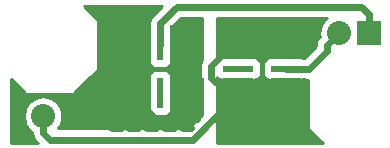
<source format=gtl>
G04 #@! TF.FileFunction,Copper,L1,Top,Signal*
%FSLAX46Y46*%
G04 Gerber Fmt 4.6, Leading zero omitted, Abs format (unit mm)*
G04 Created by KiCad (PCBNEW 4.0.6) date Fri Jul 21 09:34:55 2017*
%MOMM*%
%LPD*%
G01*
G04 APERTURE LIST*
%ADD10C,0.100000*%
%ADD11R,2.032000X2.032000*%
%ADD12O,2.032000X2.032000*%
%ADD13R,0.800000X0.350000*%
%ADD14R,2.200000X3.000000*%
%ADD15R,0.800000X2.650000*%
%ADD16R,0.600000X2.650000*%
%ADD17R,0.350000X0.800000*%
%ADD18R,3.000000X2.200000*%
%ADD19R,2.650000X0.800000*%
%ADD20R,2.650000X0.600000*%
%ADD21C,0.600000*%
%ADD22C,0.600000*%
%ADD23C,0.254000*%
G04 APERTURE END LIST*
D10*
D11*
X83500000Y-44835000D03*
D12*
X80960000Y-44835000D03*
D11*
X58500000Y-51835000D03*
D12*
X55960000Y-51835000D03*
D13*
X67000000Y-51385000D03*
D14*
X68500000Y-50060000D03*
D13*
X64700000Y-51385000D03*
D14*
X63200000Y-50060000D03*
D13*
X64700000Y-44335000D03*
X67000000Y-44335000D03*
D14*
X68500000Y-45660000D03*
D15*
X64700000Y-49885000D03*
X67000000Y-49885000D03*
D16*
X65850000Y-45835000D03*
X65850000Y-49885000D03*
D15*
X67000000Y-45835000D03*
X64700000Y-45835000D03*
D14*
X63200000Y-45660000D03*
D17*
X70950000Y-48985000D03*
D18*
X72275000Y-50485000D03*
D17*
X70950000Y-46685000D03*
D18*
X72275000Y-45185000D03*
D17*
X78000000Y-46685000D03*
X78000000Y-48985000D03*
D18*
X76675000Y-50485000D03*
D19*
X72450000Y-46685000D03*
X72450000Y-48985000D03*
D20*
X76500000Y-47835000D03*
X72450000Y-47835000D03*
D19*
X76500000Y-48985000D03*
X76500000Y-46685000D03*
D18*
X76675000Y-45185000D03*
D21*
X65599998Y-52160000D03*
X64500000Y-52085000D03*
X63750000Y-52085000D03*
X63000000Y-52085000D03*
X62250000Y-52085000D03*
X61750000Y-52835000D03*
X62500000Y-52835000D03*
X63250000Y-52835000D03*
X64000000Y-52835000D03*
X64750000Y-52835000D03*
X65500000Y-52835000D03*
X66250000Y-52835000D03*
X67000000Y-52835000D03*
X67750000Y-52835000D03*
X68484314Y-52819314D03*
X69000000Y-52085000D03*
X68250000Y-52085000D03*
X67500000Y-52085000D03*
X61250000Y-50585000D03*
X61250000Y-49835000D03*
X61250000Y-49085000D03*
X61250000Y-48335000D03*
X61250000Y-47585000D03*
X61250000Y-46835000D03*
X61250000Y-46085000D03*
X61250000Y-45335000D03*
X65000000Y-43085000D03*
X64250000Y-43085000D03*
X63500000Y-43085000D03*
X62750000Y-43085000D03*
X62000000Y-43085000D03*
X61250000Y-43085000D03*
X61250000Y-43835000D03*
X61250000Y-44585000D03*
X62750000Y-46085000D03*
X62750000Y-45335000D03*
X62750000Y-46835000D03*
X62750000Y-48835000D03*
X62750000Y-49585000D03*
X62750000Y-50335000D03*
X62750000Y-51085000D03*
X68750000Y-51085000D03*
X68750000Y-50335000D03*
X68750000Y-49585000D03*
X68750000Y-48835000D03*
X68750000Y-46835000D03*
X68750000Y-46085000D03*
X68750000Y-44585000D03*
X68750000Y-45335000D03*
X75750000Y-52835000D03*
X71250000Y-52835000D03*
X72000000Y-52835000D03*
X72750000Y-52835000D03*
X73500000Y-52835000D03*
X74250000Y-52835000D03*
X75000000Y-52835000D03*
X76500000Y-52835000D03*
X77250000Y-52835000D03*
X78000000Y-52835000D03*
X78000000Y-52085000D03*
X77250000Y-52085000D03*
X76500000Y-52085000D03*
X75750000Y-52085000D03*
X75000000Y-52085000D03*
X74250000Y-52085000D03*
X73500000Y-52085000D03*
X72750000Y-52085000D03*
X72000000Y-52085000D03*
X71250000Y-52085000D03*
X71000000Y-44335000D03*
X71750000Y-44335000D03*
X73250000Y-44335000D03*
X72500000Y-44335000D03*
X78000000Y-51085000D03*
X77250000Y-51085000D03*
X76500000Y-51085000D03*
X75750000Y-51085000D03*
X73500000Y-51085000D03*
X72750000Y-51085000D03*
X72000000Y-51085000D03*
X71250000Y-51085000D03*
X77750000Y-44335000D03*
X77000000Y-44335000D03*
X76250000Y-44335000D03*
X75500000Y-44335000D03*
D22*
X65850000Y-45835000D02*
X65850000Y-44009998D01*
X65850000Y-44009998D02*
X67274998Y-42585000D01*
X83500000Y-43219000D02*
X83500000Y-44835000D01*
X67274998Y-42585000D02*
X82866000Y-42585000D01*
X82866000Y-42585000D02*
X83500000Y-43219000D01*
X76500000Y-47835000D02*
X78425000Y-47835000D01*
X78425000Y-47835000D02*
X79944001Y-46315999D01*
X79944001Y-46315999D02*
X79944001Y-45850999D01*
X79944001Y-45850999D02*
X80960000Y-44835000D01*
X63750000Y-52085000D02*
X64500000Y-52085000D01*
X62250000Y-52085000D02*
X63000000Y-52085000D01*
X62500000Y-52835000D02*
X61750000Y-52835000D01*
X64000000Y-52835000D02*
X63250000Y-52835000D01*
X65500000Y-52835000D02*
X64750000Y-52835000D01*
X67000000Y-52835000D02*
X66250000Y-52835000D01*
X68484314Y-52819314D02*
X67765686Y-52819314D01*
X67765686Y-52819314D02*
X67750000Y-52835000D01*
X68250000Y-52085000D02*
X69000000Y-52085000D01*
X66650000Y-52160000D02*
X67425000Y-52160000D01*
X67425000Y-52160000D02*
X67500000Y-52085000D01*
X64700000Y-49885000D02*
X64700000Y-51260002D01*
X64700000Y-51260002D02*
X65599998Y-52160000D01*
X67000000Y-51810000D02*
X67000000Y-49885000D01*
X65599998Y-52160000D02*
X66650000Y-52160000D01*
X66650000Y-52160000D02*
X67000000Y-51810000D01*
X61250000Y-49835000D02*
X61250000Y-50585000D01*
X61250000Y-48335000D02*
X61250000Y-49085000D01*
X61250000Y-46835000D02*
X61250000Y-47585000D01*
X61250000Y-45335000D02*
X61250000Y-46085000D01*
X64250000Y-43085000D02*
X65000000Y-43085000D01*
X62750000Y-43085000D02*
X63500000Y-43085000D01*
X61250000Y-43085000D02*
X62000000Y-43085000D01*
X61250000Y-44585000D02*
X61250000Y-43835000D01*
X62750000Y-44585000D02*
X61250000Y-44585000D01*
X62750000Y-48835000D02*
X62750000Y-46835000D01*
X68750000Y-48835000D02*
X68750000Y-46835000D01*
X58500000Y-51835000D02*
X61425000Y-51835000D01*
X61425000Y-51835000D02*
X63200000Y-50060000D01*
X78000000Y-52085000D02*
X78000000Y-52835000D01*
X72000000Y-52835000D02*
X71250000Y-52835000D01*
X73500000Y-52835000D02*
X72750000Y-52835000D01*
X75000000Y-52835000D02*
X74250000Y-52835000D01*
X77250000Y-52835000D02*
X76500000Y-52835000D01*
X76500000Y-52085000D02*
X77250000Y-52085000D01*
X75000000Y-52085000D02*
X75750000Y-52085000D01*
X73500000Y-52085000D02*
X74250000Y-52085000D01*
X72000000Y-52085000D02*
X72750000Y-52085000D01*
X70350000Y-52085000D02*
X71250000Y-52085000D01*
X68600000Y-53835000D02*
X69850000Y-52585000D01*
X69850000Y-52585000D02*
X70350000Y-52085000D01*
X70350000Y-52085000D02*
X72450000Y-49985000D01*
X72450000Y-46685000D02*
X71074998Y-46685000D01*
X71074998Y-46685000D02*
X70175000Y-47584998D01*
X70175000Y-47584998D02*
X70175000Y-48635000D01*
X70175000Y-48635000D02*
X70525000Y-48985000D01*
X70525000Y-48985000D02*
X72450000Y-48985000D01*
X72275000Y-45185000D02*
X76675000Y-45185000D01*
X72275000Y-50485000D02*
X76675000Y-50485000D01*
X55960000Y-51835000D02*
X55960000Y-53271840D01*
X55960000Y-53271840D02*
X56523160Y-53835000D01*
X56523160Y-53835000D02*
X68600000Y-53835000D01*
X72450000Y-49985000D02*
X72450000Y-48985000D01*
D23*
G36*
X79792567Y-43635222D02*
X79434675Y-44170845D01*
X79309000Y-44802655D01*
X79309000Y-44867345D01*
X79358170Y-45114540D01*
X79282856Y-45189854D01*
X79080174Y-45493190D01*
X79009001Y-45850999D01*
X79009001Y-45928709D01*
X78037710Y-46900000D01*
X77886431Y-46900000D01*
X77825000Y-46887560D01*
X75175000Y-46887560D01*
X74939683Y-46931838D01*
X74723559Y-47070910D01*
X74578569Y-47283110D01*
X74527560Y-47535000D01*
X74527560Y-48135000D01*
X74571838Y-48370317D01*
X74710910Y-48586441D01*
X74923110Y-48731431D01*
X75175000Y-48782440D01*
X77825000Y-48782440D01*
X77891113Y-48770000D01*
X78393501Y-48770000D01*
X78383006Y-48785590D01*
X78373000Y-48835000D01*
X78373000Y-52835000D01*
X78382334Y-52882789D01*
X78410197Y-52924803D01*
X79610394Y-54125000D01*
X70627000Y-54125000D01*
X70627000Y-48533743D01*
X70660910Y-48586441D01*
X70873110Y-48731431D01*
X71125000Y-48782440D01*
X73775000Y-48782440D01*
X74010317Y-48738162D01*
X74226441Y-48599090D01*
X74371431Y-48386890D01*
X74422440Y-48135000D01*
X74422440Y-47535000D01*
X74378162Y-47299683D01*
X74239090Y-47083559D01*
X74026890Y-46938569D01*
X73775000Y-46887560D01*
X71125000Y-46887560D01*
X70889683Y-46931838D01*
X70673559Y-47070910D01*
X70627000Y-47139051D01*
X70627000Y-43520000D01*
X79965009Y-43520000D01*
X79792567Y-43635222D01*
X79792567Y-43635222D01*
G37*
X79792567Y-43635222D02*
X79434675Y-44170845D01*
X79309000Y-44802655D01*
X79309000Y-44867345D01*
X79358170Y-45114540D01*
X79282856Y-45189854D01*
X79080174Y-45493190D01*
X79009001Y-45850999D01*
X79009001Y-45928709D01*
X78037710Y-46900000D01*
X77886431Y-46900000D01*
X77825000Y-46887560D01*
X75175000Y-46887560D01*
X74939683Y-46931838D01*
X74723559Y-47070910D01*
X74578569Y-47283110D01*
X74527560Y-47535000D01*
X74527560Y-48135000D01*
X74571838Y-48370317D01*
X74710910Y-48586441D01*
X74923110Y-48731431D01*
X75175000Y-48782440D01*
X77825000Y-48782440D01*
X77891113Y-48770000D01*
X78393501Y-48770000D01*
X78383006Y-48785590D01*
X78373000Y-48835000D01*
X78373000Y-52835000D01*
X78382334Y-52882789D01*
X78410197Y-52924803D01*
X79610394Y-54125000D01*
X70627000Y-54125000D01*
X70627000Y-48533743D01*
X70660910Y-48586441D01*
X70873110Y-48731431D01*
X71125000Y-48782440D01*
X73775000Y-48782440D01*
X74010317Y-48738162D01*
X74226441Y-48599090D01*
X74371431Y-48386890D01*
X74422440Y-48135000D01*
X74422440Y-47535000D01*
X74378162Y-47299683D01*
X74239090Y-47083559D01*
X74026890Y-46938569D01*
X73775000Y-46887560D01*
X71125000Y-46887560D01*
X70889683Y-46931838D01*
X70673559Y-47070910D01*
X70627000Y-47139051D01*
X70627000Y-43520000D01*
X79965009Y-43520000D01*
X79792567Y-43635222D01*
G36*
X65188855Y-43348853D02*
X64986173Y-43652189D01*
X64915000Y-44009998D01*
X64915000Y-44448569D01*
X64902560Y-44510000D01*
X64902560Y-47160000D01*
X64946838Y-47395317D01*
X65085910Y-47611441D01*
X65298110Y-47756431D01*
X65550000Y-47807440D01*
X66150000Y-47807440D01*
X66385317Y-47763162D01*
X66601441Y-47624090D01*
X66746431Y-47411890D01*
X66797440Y-47160000D01*
X66797440Y-44510000D01*
X66785000Y-44443887D01*
X66785000Y-44397288D01*
X67662287Y-43520000D01*
X69373000Y-43520000D01*
X69373000Y-47134658D01*
X69311173Y-47227189D01*
X69240000Y-47584998D01*
X69240000Y-48635000D01*
X69311173Y-48992809D01*
X69373000Y-49085340D01*
X69373000Y-51739710D01*
X68212710Y-52900000D01*
X57217489Y-52900000D01*
X57485325Y-52499155D01*
X57611000Y-51867345D01*
X57611000Y-51802655D01*
X57485325Y-51170845D01*
X57127433Y-50635222D01*
X56591810Y-50277330D01*
X55960000Y-50151655D01*
X55328190Y-50277330D01*
X54792567Y-50635222D01*
X54434675Y-51170845D01*
X54309000Y-51802655D01*
X54309000Y-51867345D01*
X54434675Y-52499155D01*
X54792567Y-53034778D01*
X55025000Y-53190085D01*
X55025000Y-53271840D01*
X55096173Y-53629649D01*
X55298855Y-53932985D01*
X55490870Y-54125000D01*
X53210000Y-54125000D01*
X53210000Y-48724606D01*
X54410197Y-49924803D01*
X54450590Y-49951994D01*
X54500000Y-49962000D01*
X58500000Y-49962000D01*
X58547789Y-49952666D01*
X58589803Y-49924803D01*
X59954606Y-48560000D01*
X64902560Y-48560000D01*
X64902560Y-51210000D01*
X64946838Y-51445317D01*
X65085910Y-51661441D01*
X65298110Y-51806431D01*
X65550000Y-51857440D01*
X66150000Y-51857440D01*
X66385317Y-51813162D01*
X66601441Y-51674090D01*
X66746431Y-51461890D01*
X66797440Y-51210000D01*
X66797440Y-48560000D01*
X66753162Y-48324683D01*
X66614090Y-48108559D01*
X66401890Y-47963569D01*
X66150000Y-47912560D01*
X65550000Y-47912560D01*
X65314683Y-47956838D01*
X65098559Y-48095910D01*
X64953569Y-48308110D01*
X64902560Y-48560000D01*
X59954606Y-48560000D01*
X60589803Y-47924803D01*
X60616994Y-47884410D01*
X60627000Y-47835000D01*
X60627000Y-43835000D01*
X60617666Y-43787211D01*
X60589803Y-43745197D01*
X59389606Y-42545000D01*
X65992709Y-42545000D01*
X65188855Y-43348853D01*
X65188855Y-43348853D01*
G37*
X65188855Y-43348853D02*
X64986173Y-43652189D01*
X64915000Y-44009998D01*
X64915000Y-44448569D01*
X64902560Y-44510000D01*
X64902560Y-47160000D01*
X64946838Y-47395317D01*
X65085910Y-47611441D01*
X65298110Y-47756431D01*
X65550000Y-47807440D01*
X66150000Y-47807440D01*
X66385317Y-47763162D01*
X66601441Y-47624090D01*
X66746431Y-47411890D01*
X66797440Y-47160000D01*
X66797440Y-44510000D01*
X66785000Y-44443887D01*
X66785000Y-44397288D01*
X67662287Y-43520000D01*
X69373000Y-43520000D01*
X69373000Y-47134658D01*
X69311173Y-47227189D01*
X69240000Y-47584998D01*
X69240000Y-48635000D01*
X69311173Y-48992809D01*
X69373000Y-49085340D01*
X69373000Y-51739710D01*
X68212710Y-52900000D01*
X57217489Y-52900000D01*
X57485325Y-52499155D01*
X57611000Y-51867345D01*
X57611000Y-51802655D01*
X57485325Y-51170845D01*
X57127433Y-50635222D01*
X56591810Y-50277330D01*
X55960000Y-50151655D01*
X55328190Y-50277330D01*
X54792567Y-50635222D01*
X54434675Y-51170845D01*
X54309000Y-51802655D01*
X54309000Y-51867345D01*
X54434675Y-52499155D01*
X54792567Y-53034778D01*
X55025000Y-53190085D01*
X55025000Y-53271840D01*
X55096173Y-53629649D01*
X55298855Y-53932985D01*
X55490870Y-54125000D01*
X53210000Y-54125000D01*
X53210000Y-48724606D01*
X54410197Y-49924803D01*
X54450590Y-49951994D01*
X54500000Y-49962000D01*
X58500000Y-49962000D01*
X58547789Y-49952666D01*
X58589803Y-49924803D01*
X59954606Y-48560000D01*
X64902560Y-48560000D01*
X64902560Y-51210000D01*
X64946838Y-51445317D01*
X65085910Y-51661441D01*
X65298110Y-51806431D01*
X65550000Y-51857440D01*
X66150000Y-51857440D01*
X66385317Y-51813162D01*
X66601441Y-51674090D01*
X66746431Y-51461890D01*
X66797440Y-51210000D01*
X66797440Y-48560000D01*
X66753162Y-48324683D01*
X66614090Y-48108559D01*
X66401890Y-47963569D01*
X66150000Y-47912560D01*
X65550000Y-47912560D01*
X65314683Y-47956838D01*
X65098559Y-48095910D01*
X64953569Y-48308110D01*
X64902560Y-48560000D01*
X59954606Y-48560000D01*
X60589803Y-47924803D01*
X60616994Y-47884410D01*
X60627000Y-47835000D01*
X60627000Y-43835000D01*
X60617666Y-43787211D01*
X60589803Y-43745197D01*
X59389606Y-42545000D01*
X65992709Y-42545000D01*
X65188855Y-43348853D01*
M02*

</source>
